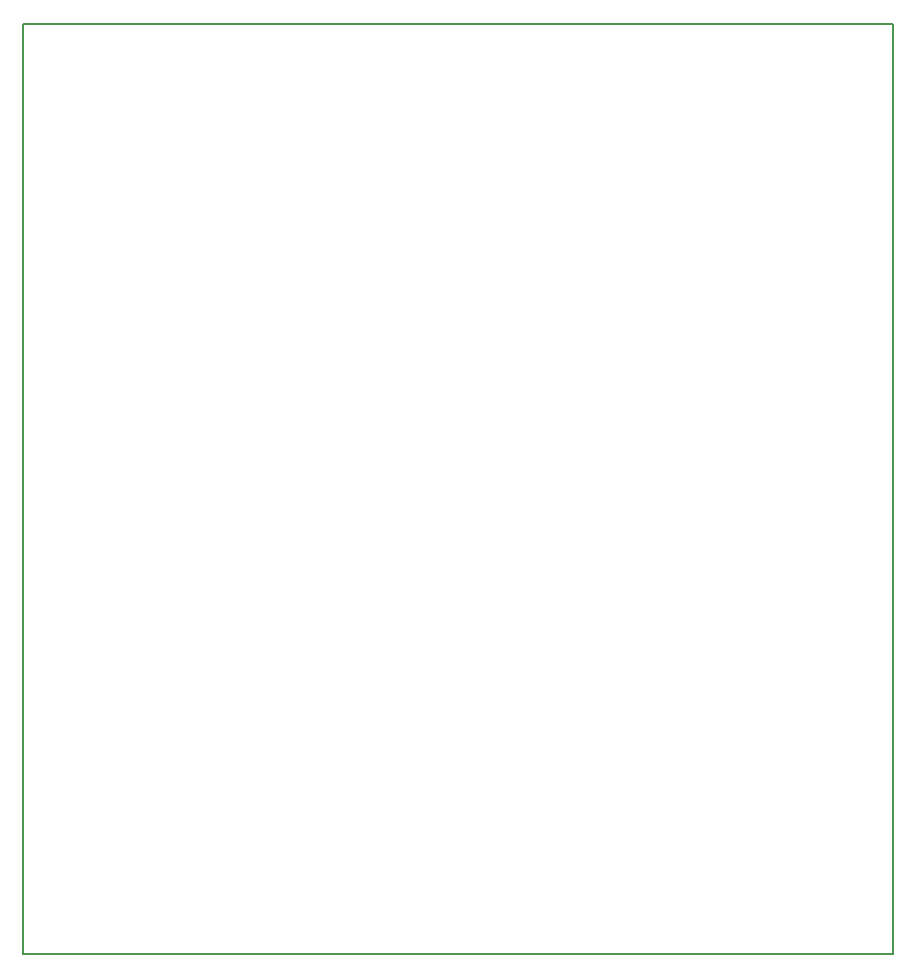
<source format=gbr>
G04 #@! TF.FileFunction,Profile,NP*
%FSLAX46Y46*%
G04 Gerber Fmt 4.6, Leading zero omitted, Abs format (unit mm)*
G04 Created by KiCad (PCBNEW 4.0.7) date Fri Jul 13 22:00:20 2018*
%MOMM*%
%LPD*%
G01*
G04 APERTURE LIST*
%ADD10C,0.100000*%
%ADD11C,0.150000*%
G04 APERTURE END LIST*
D10*
D11*
X116840000Y-142240000D02*
X116840000Y-63500000D01*
X190500000Y-142240000D02*
X116840000Y-142240000D01*
X190500000Y-63500000D02*
X190500000Y-142240000D01*
X116840000Y-63500000D02*
X190500000Y-63500000D01*
M02*

</source>
